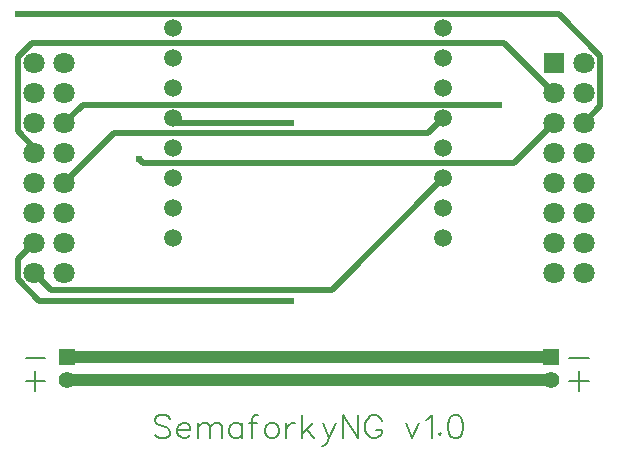
<source format=gtl>
G04 Layer: TopLayer*
G04 EasyEDA v6.5.22, 2023-02-12 11:26:09*
G04 89482fe2ee7e448c8a158914ca70a71c,57889503967a4714bf52c07adae62c9a,10*
G04 Gerber Generator version 0.2*
G04 Scale: 100 percent, Rotated: No, Reflected: No *
G04 Dimensions in millimeters *
G04 leading zeros omitted , absolute positions ,4 integer and 5 decimal *
%FSLAX45Y45*%
%MOMM*%

%ADD10C,0.2032*%
%ADD11C,0.5000*%
%ADD12C,1.0000*%
%ADD13R,1.8000X1.8000*%
%ADD14C,1.8000*%
%ADD15R,1.4000X1.4000*%
%ADD16C,1.4000*%
%ADD17C,1.5080*%
%ADD18C,0.6100*%

%LPD*%
D10*
X2223249Y4277360D02*
G01*
X2204707Y4295902D01*
X2177021Y4305045D01*
X2140191Y4305045D01*
X2112505Y4295902D01*
X2093963Y4277360D01*
X2093963Y4258818D01*
X2103107Y4240276D01*
X2112505Y4231131D01*
X2130793Y4221987D01*
X2186419Y4203445D01*
X2204707Y4194302D01*
X2214105Y4184904D01*
X2223249Y4166615D01*
X2223249Y4138676D01*
X2204707Y4120387D01*
X2177021Y4110989D01*
X2140191Y4110989D01*
X2112505Y4120387D01*
X2093963Y4138676D01*
X2284209Y4184904D02*
G01*
X2394953Y4184904D01*
X2394953Y4203445D01*
X2385809Y4221987D01*
X2376665Y4231131D01*
X2358123Y4240276D01*
X2330437Y4240276D01*
X2311895Y4231131D01*
X2293353Y4212589D01*
X2284209Y4184904D01*
X2284209Y4166615D01*
X2293353Y4138676D01*
X2311895Y4120387D01*
X2330437Y4110989D01*
X2358123Y4110989D01*
X2376665Y4120387D01*
X2394953Y4138676D01*
X2455913Y4240276D02*
G01*
X2455913Y4110989D01*
X2455913Y4203445D02*
G01*
X2483599Y4231131D01*
X2502141Y4240276D01*
X2529827Y4240276D01*
X2548369Y4231131D01*
X2557513Y4203445D01*
X2557513Y4110989D01*
X2557513Y4203445D02*
G01*
X2585199Y4231131D01*
X2603741Y4240276D01*
X2631427Y4240276D01*
X2649969Y4231131D01*
X2659113Y4203445D01*
X2659113Y4110989D01*
X2831071Y4240276D02*
G01*
X2831071Y4110989D01*
X2831071Y4212589D02*
G01*
X2812529Y4231131D01*
X2793987Y4240276D01*
X2766301Y4240276D01*
X2747759Y4231131D01*
X2729471Y4212589D01*
X2720073Y4184904D01*
X2720073Y4166615D01*
X2729471Y4138676D01*
X2747759Y4120387D01*
X2766301Y4110989D01*
X2793987Y4110989D01*
X2812529Y4120387D01*
X2831071Y4138676D01*
X2965945Y4305045D02*
G01*
X2947403Y4305045D01*
X2928861Y4295902D01*
X2919717Y4268215D01*
X2919717Y4110989D01*
X2892031Y4240276D02*
G01*
X2956547Y4240276D01*
X3072879Y4240276D02*
G01*
X3054591Y4231131D01*
X3036049Y4212589D01*
X3026905Y4184904D01*
X3026905Y4166615D01*
X3036049Y4138676D01*
X3054591Y4120387D01*
X3072879Y4110989D01*
X3100819Y4110989D01*
X3119107Y4120387D01*
X3137649Y4138676D01*
X3146793Y4166615D01*
X3146793Y4184904D01*
X3137649Y4212589D01*
X3119107Y4231131D01*
X3100819Y4240276D01*
X3072879Y4240276D01*
X3207753Y4240276D02*
G01*
X3207753Y4110989D01*
X3207753Y4184904D02*
G01*
X3217151Y4212589D01*
X3235439Y4231131D01*
X3253981Y4240276D01*
X3281667Y4240276D01*
X3342627Y4305045D02*
G01*
X3342627Y4110989D01*
X3435083Y4240276D02*
G01*
X3342627Y4148073D01*
X3379711Y4184904D02*
G01*
X3444227Y4110989D01*
X3514585Y4240276D02*
G01*
X3569957Y4110989D01*
X3625329Y4240276D02*
G01*
X3569957Y4110989D01*
X3551415Y4074160D01*
X3532873Y4055618D01*
X3514585Y4046473D01*
X3505187Y4046473D01*
X3686289Y4305045D02*
G01*
X3686289Y4110989D01*
X3686289Y4305045D02*
G01*
X3815575Y4110989D01*
X3815575Y4305045D02*
G01*
X3815575Y4110989D01*
X4015219Y4258818D02*
G01*
X4005821Y4277360D01*
X3987279Y4295902D01*
X3968991Y4305045D01*
X3931907Y4305045D01*
X3913619Y4295902D01*
X3895077Y4277360D01*
X3885679Y4258818D01*
X3876535Y4231131D01*
X3876535Y4184904D01*
X3885679Y4157218D01*
X3895077Y4138676D01*
X3913619Y4120387D01*
X3931907Y4110989D01*
X3968991Y4110989D01*
X3987279Y4120387D01*
X4005821Y4138676D01*
X4015219Y4157218D01*
X4015219Y4184904D01*
X3968991Y4184904D02*
G01*
X4015219Y4184904D01*
X4218419Y4240276D02*
G01*
X4273791Y4110989D01*
X4329163Y4240276D02*
G01*
X4273791Y4110989D01*
X4390123Y4268215D02*
G01*
X4408665Y4277360D01*
X4436351Y4305045D01*
X4436351Y4110989D01*
X4506455Y4157218D02*
G01*
X4497311Y4148073D01*
X4506455Y4138676D01*
X4515599Y4148073D01*
X4506455Y4157218D01*
X4632185Y4305045D02*
G01*
X4604499Y4295902D01*
X4585957Y4268215D01*
X4576559Y4221987D01*
X4576559Y4194302D01*
X4585957Y4148073D01*
X4604499Y4120387D01*
X4632185Y4110989D01*
X4650473Y4110989D01*
X4678159Y4120387D01*
X4696701Y4148073D01*
X4706099Y4194302D01*
X4706099Y4221987D01*
X4696701Y4268215D01*
X4678159Y4295902D01*
X4650473Y4305045D01*
X4632185Y4305045D01*
X5682995Y4677384D02*
G01*
X5682995Y4511014D01*
X5599938Y4594326D02*
G01*
X5766308Y4594326D01*
X5599938Y4794097D02*
G01*
X5766308Y4794097D01*
X1083005Y4677384D02*
G01*
X1083005Y4511014D01*
X999947Y4594326D02*
G01*
X1166317Y4594326D01*
X999947Y4794097D02*
G01*
X1166317Y4794097D01*
D11*
X5726991Y6781393D02*
G01*
X5866843Y6921245D01*
X5866843Y7350505D01*
X5513275Y7704073D01*
X939243Y7704073D01*
X1073000Y6526987D02*
G01*
X1073000Y6568668D01*
X933376Y6708292D01*
X933376Y7337475D01*
X1050978Y7455077D01*
X5053307Y7455077D01*
X5472991Y7035393D01*
X1073000Y5510987D02*
G01*
X1216129Y5367858D01*
X3592857Y5367858D01*
X4536899Y6311900D01*
X4536899Y6819900D02*
G01*
X4409747Y6692747D01*
X1746760Y6692747D01*
X1327000Y6272987D01*
X1956183Y6476314D02*
G01*
X1993597Y6438900D01*
X5130497Y6438900D01*
X5472991Y6781393D01*
X1327000Y6780987D02*
G01*
X1481711Y6935698D01*
X5009517Y6935698D01*
X3248789Y6780631D02*
G01*
X2290168Y6780631D01*
X2250899Y6819900D01*
X1073000Y5764987D02*
G01*
X932512Y5624499D01*
X932512Y5455361D01*
X1113259Y5274614D01*
X3248789Y5274614D01*
D12*
X5445991Y4599990D02*
G01*
X1351460Y4599990D01*
X5445991Y4799990D02*
G01*
X1351460Y4799990D01*
D13*
G01*
X5472988Y7289383D03*
D14*
G01*
X5726988Y7289383D03*
G01*
X5472988Y7035383D03*
G01*
X5726988Y7035383D03*
G01*
X5472988Y6781383D03*
G01*
X5726988Y6781383D03*
G01*
X5472988Y6527383D03*
G01*
X5726988Y6527383D03*
G01*
X5472988Y6273383D03*
G01*
X5726988Y6273383D03*
G01*
X5472988Y6019383D03*
G01*
X5726988Y6019383D03*
G01*
X5472988Y5765383D03*
G01*
X5726988Y5765383D03*
G01*
X5472988Y5511383D03*
G01*
X5726988Y5511383D03*
D15*
G01*
X1351455Y4799990D03*
D16*
G01*
X1351455Y4599990D03*
D15*
G01*
X5445988Y4799990D03*
D16*
G01*
X5445988Y4599990D03*
D17*
G01*
X4536887Y5803900D03*
G01*
X2250887Y5803900D03*
G01*
X4536887Y7581900D03*
G01*
X4536887Y7327900D03*
G01*
X4536887Y7073900D03*
G01*
X4536887Y6819900D03*
G01*
X4536887Y6565900D03*
G01*
X4536887Y6311900D03*
G01*
X4536887Y6057900D03*
G01*
X2250887Y7581900D03*
G01*
X2250887Y7327900D03*
G01*
X2250887Y7073900D03*
G01*
X2250887Y6819900D03*
G01*
X2250887Y6565900D03*
G01*
X2250887Y6311900D03*
G01*
X2250887Y6057900D03*
D14*
G01*
X1326997Y5510987D03*
G01*
X1072997Y5510987D03*
G01*
X1326997Y5764987D03*
G01*
X1072997Y5764987D03*
G01*
X1326997Y6018987D03*
G01*
X1072997Y6018987D03*
G01*
X1326997Y6272987D03*
G01*
X1072997Y6272987D03*
G01*
X1326997Y6526987D03*
G01*
X1072997Y6526987D03*
G01*
X1326997Y6780987D03*
G01*
X1072997Y6780987D03*
G01*
X1326997Y7034987D03*
G01*
X1072997Y7034987D03*
G01*
X1326997Y7288987D03*
G01*
X1072997Y7288987D03*
D18*
G01*
X3248789Y6780631D03*
G01*
X3248789Y5274614D03*
G01*
X5009517Y6935698D03*
G01*
X1956183Y6476314D03*
G01*
X939243Y7704073D03*
M02*

</source>
